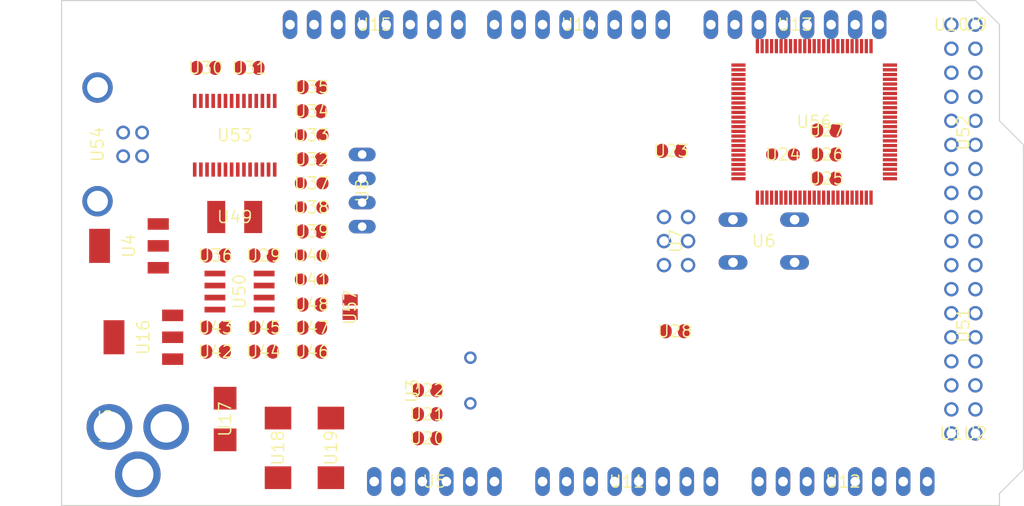
<source format=kicad_pcb>
(kicad_pcb (version 20221018) (generator pcbnew)
  (layers (0 "F.Cu" signal "Top") (31 "B.Cu" signal "Bottom") (34 "B.Paste" user) (35 "F.Paste" user) (36 "B.SilkS" user "B.Silkscreen") (37 "F.SilkS" user "F.Silkscreen") (38 "B.Mask" user) (39 "F.Mask" user) (44 "Edge.Cuts" user))
  (net 0 "")
  (net 1 "+5V")
  (net 2 "GND")
  (net 3 "N$6")
  (net 4 "N$7")
  (net 5 "AREF")
  (net 6 "RESET")
  (net 7 "VIN")
  (net 8 "N$3")
  (net 9 "PWRIN")
  (net 10 "M8RXD")
  (net 11 "M8TXD")
  (net 12 "ADC0")
  (net 13 "ADC2")
  (net 14 "ADC1")
  (net 15 "ADC3")
  (net 16 "ADC4")
  (net 17 "ADC5")
  (net 18 "ADC6")
  (net 19 "ADC7")
  (net 20 "+3V3")
  (net 21 "SDA")
  (net 22 "SCL")
  (net 23 "ADC9")
  (net 24 "ADC8")
  (net 25 "ADC10")
  (net 26 "ADC11")
  (net 27 "ADC12")
  (net 28 "ADC13")
  (net 29 "ADC14")
  (net 30 "ADC15")
  (net 31 "PB3")
  (net 32 "PB2")
  (net 33 "PB1")
  (net 34 "PB5")
  (net 35 "PB4")
  (net 36 "PE5")
  (net 37 "PE4")
  (net 38 "PE3")
  (net 39 "PE1")
  (net 40 "PE0")
  (net 41 "N$15")
  (net 42 "N$53")
  (net 43 "N$54")
  (net 44 "N$55")
  (net 45 "D-")
  (net 46 "D+")
  (net 47 "N$60")
  (net 48 "DTR")
  (net 49 "USBVCC")
  (net 50 "N$2")
  (net 51 "N$4")
  (net 52 "GATE_CMD")
  (net 53 "CMP")
  (net 54 "PB6")
  (net 55 "PH3")
  (net 56 "PH4")
  (net 57 "PH5")
  (net 58 "PH6")
  (net 59 "PG5")
  (net 60 "RXD1")
  (net 61 "TXD1")
  (net 62 "RXD2")
  (net 63 "RXD3")
  (net 64 "TXD2")
  (net 65 "TXD3")
  (net 66 "PC0")
  (net 67 "PC1")
  (net 68 "PC2")
  (net 69 "PC3")
  (net 70 "PC4")
  (net 71 "PC5")
  (net 72 "PC6")
  (net 73 "PC7")
  (net 74 "PB0")
  (net 75 "PG0")
  (net 76 "PG1")
  (net 77 "PG2")
  (net 78 "PD7")
  (net 79 "PA0")
  (net 80 "PA1")
  (net 81 "PA2")
  (net 82 "PA3")
  (net 83 "PA4")
  (net 84 "PA5")
  (net 85 "PA6")
  (net 86 "PA7")
  (net 87 "PL0")
  (net 88 "PL1")
  (net 89 "PL2")
  (net 90 "PL3")
  (net 91 "PL4")
  (net 92 "PL5")
  (net 93 "PL6")
  (net 94 "PL7")
  (net 95 "PB7")
  (net 96 "CTS")
  (net 97 "DSR")
  (net 98 "DCD")
  (net 99 "RI")
  (footprint "Arduino_MEGA_Reference_Design:2X03" (layer "F.Cu") (at 162.5981 103.7336 -90)
    (fp_text reference "U7")
    (fp_text value "")
  )
  (footprint "Arduino_MEGA_Reference_Design:1X08" (layer "F.Cu") (at 152.3111 80.8736 180)
    (fp_text reference "U14")
    (fp_text value "")
  )
  (footprint "Arduino_MEGA_Reference_Design:1X08" (layer "F.Cu") (at 130.7211 80.8736 180)
    (fp_text reference "U15")
    (fp_text value "")
  )
  (footprint "Arduino_MEGA_Reference_Design:SMC_D" (layer "F.Cu") (at 120.5611 125.5776 -90)
    (fp_text reference "U18")
    (fp_text value "")
  )
  (footprint "Arduino_MEGA_Reference_Design:SMC_D" (layer "F.Cu") (at 126.1491 125.5776 -90)
    (fp_text reference "U19")
    (fp_text value "")
  )
  (footprint "Arduino_MEGA_Reference_Design:B3F-10XX" (layer "F.Cu") (at 171.8691 103.7336 180)
    (fp_text reference "U6")
    (fp_text value "")
  )
  (footprint "Arduino_MEGA_Reference_Design:0805RND" (layer "F.Cu") (at 173.9011 94.5896 180)
    (fp_text reference "U24")
    (fp_text value "")
  )
  (footprint "Arduino_MEGA_Reference_Design:SMB" (layer "F.Cu") (at 114.9731 122.5296 -90)
    (fp_text reference "U17")
    (fp_text value "")
  )
  (footprint "Arduino_MEGA_Reference_Design:DC-21MM" (layer "F.Cu") (at 103.0351 123.2916 90)
    (fp_text reference "U55")
    (fp_text value "")
  )
  (footprint "Arduino_MEGA_Reference_Design:HC49_S" (layer "F.Cu") (at 140.8811 118.4656 90)
    (fp_text reference "U3")
    (fp_text value "")
  )
  (footprint "Arduino_MEGA_Reference_Design:SOT223" (layer "F.Cu") (at 106.3371 113.8936 90)
    (fp_text reference "U16")
    (fp_text value "")
  )
  (footprint "Arduino_MEGA_Reference_Design:1X06" (layer "F.Cu") (at 137.0711 129.1336)
    (fp_text reference "U5")
    (fp_text value "")
  )
  (footprint "Arduino_MEGA_Reference_Design:C0805RND" (layer "F.Cu") (at 124.1171 87.4776)
    (fp_text reference "U35")
    (fp_text value "")
  )
  (footprint "Arduino_MEGA_Reference_Design:C0805RND" (layer "F.Cu") (at 162.4711 113.2586)
    (fp_text reference "U28")
    (fp_text value "")
  )
  (footprint "Arduino_MEGA_Reference_Design:C0805RND" (layer "F.Cu") (at 136.3091 122.0216)
    (fp_text reference "U21")
    (fp_text value "")
  )
  (footprint "Arduino_MEGA_Reference_Design:C0805RND" (layer "F.Cu") (at 136.3091 119.4816)
    (fp_text reference "U22")
    (fp_text value "")
  )
  (footprint "Arduino_MEGA_Reference_Design:C0805RND" (layer "F.Cu") (at 113.9571 112.8776)
    (fp_text reference "U43")
    (fp_text value "")
  )
  (footprint "Arduino_MEGA_Reference_Design:RCL_0805RND" (layer "F.Cu") (at 124.1171 105.2576)
    (fp_text reference "U40")
    (fp_text value "")
  )
  (footprint "Arduino_MEGA_Reference_Design:RCL_0805RND" (layer "F.Cu") (at 124.1171 107.7976)
    (fp_text reference "U41")
    (fp_text value "")
  )
  (footprint "Arduino_MEGA_Reference_Design:1X08" (layer "F.Cu") (at 157.3911 129.1336)
    (fp_text reference "U11")
    (fp_text value "")
  )
  (footprint "Arduino_MEGA_Reference_Design:1X08" (layer "F.Cu") (at 175.1711 80.8736 180)
    (fp_text reference "U13")
    (fp_text value "")
  )
  (footprint "Arduino_MEGA_Reference_Design:R0805RND" (layer "F.Cu") (at 178.4731 94.5896 180)
    (fp_text reference "U26")
    (fp_text value "")
  )
  (footprint "Arduino_MEGA_Reference_Design:R0805RND" (layer "F.Cu") (at 178.4731 92.0496 180)
    (fp_text reference "U27")
    (fp_text value "")
  )
  (footprint "Arduino_MEGA_Reference_Design:TQFP100" (layer "F.Cu") (at 177.194580078125 91.14759826660156 0)
    (fp_text reference "U56")
    (fp_text value "")
  )
  (footprint "Arduino_MEGA_Reference_Design:C0805RND" (layer "F.Cu") (at 162.0901 94.2086 180)
    (fp_text reference "U23")
    (fp_text value "")
  )
  (footprint "Arduino_MEGA_Reference_Design:C0805RND" (layer "F.Cu") (at 136.3091 124.5616)
    (fp_text reference "U20")
    (fp_text value "")
  )
  (footprint "Arduino_MEGA_Reference_Design:1X08" (layer "F.Cu") (at 180.2511 129.1336)
    (fp_text reference "U12")
    (fp_text value "")
  )
  (footprint "Arduino_MEGA_Reference_Design:R0805RND" (layer "F.Cu") (at 124.1171 112.8776)
    (fp_text reference "U47")
    (fp_text value "")
  )
  (footprint "Arduino_MEGA_Reference_Design:C0805RND" (layer "F.Cu") (at 124.1171 115.4176)
    (fp_text reference "U46")
    (fp_text value "")
  )
  (footprint "Arduino_MEGA_Reference_Design:C0805RND" (layer "F.Cu") (at 113.9571 105.2576)
    (fp_text reference "U36")
    (fp_text value "")
  )
  (footprint "Arduino_MEGA_Reference_Design:C0805RND" (layer "F.Cu") (at 112.9411 85.4456)
    (fp_text reference "U30")
    (fp_text value "")
  )
  (footprint "Arduino_MEGA_Reference_Design:0805RND" (layer "F.Cu") (at 124.1171 100.1776 180)
    (fp_text reference "U38")
    (fp_text value "")
  )
  (footprint "Arduino_MEGA_Reference_Design:0805RND" (layer "F.Cu") (at 124.1171 97.6376 180)
    (fp_text reference "U37")
    (fp_text value "")
  )
  (footprint "Arduino_MEGA_Reference_Design:R0805RND" (layer "F.Cu") (at 124.1171 95.0976)
    (fp_text reference "U32")
    (fp_text value "")
  )
  (footprint "Arduino_MEGA_Reference_Design:R0805RND" (layer "F.Cu") (at 124.1171 102.7176)
    (fp_text reference "U39")
    (fp_text value "")
  )
  (footprint "Arduino_MEGA_Reference_Design:SSOP28" (layer "F.Cu") (at 115.9891 92.5576)
    (fp_text reference "U53")
    (fp_text value "")
  )
  (footprint "Arduino_MEGA_Reference_Design:PN61729" (layer "F.Cu") (at 98.9584 93.5228 -90)
    (fp_text reference "U54")
    (fp_text value "")
  )
  (footprint "Arduino_MEGA_Reference_Design:L1812" (layer "F.Cu") (at 115.9891 101.1936)
    (fp_text reference "U49")
    (fp_text value "")
  )
  (footprint "Arduino_MEGA_Reference_Design:C0805RND" (layer "F.Cu") (at 117.5131 85.4456)
    (fp_text reference "U31")
    (fp_text value "")
  )
  (footprint "Arduino_MEGA_Reference_Design:0805RND" (layer "F.Cu") (at 124.1171 92.5576 180)
    (fp_text reference "U33")
    (fp_text value "")
  )
  (footprint "Arduino_MEGA_Reference_Design:R0805RND" (layer "F.Cu") (at 124.1171 90.0176 180)
    (fp_text reference "U34")
    (fp_text value "")
  )
  (footprint "Arduino_MEGA_Reference_Design:C0805RND" (layer "F.Cu") (at 124.1171 110.4392 180)
    (fp_text reference "U48")
    (fp_text value "")
  )
  (footprint "Arduino_MEGA_Reference_Design:SOT223" (layer "F.Cu") (at 104.8131 104.2416 90)
    (fp_text reference "U4")
    (fp_text value "")
  )
  (footprint "Arduino_MEGA_Reference_Design:SO08" (layer "F.Cu") (at 116.4971 109.0676 -90)
    (fp_text reference "U50")
    (fp_text value "")
  )
  (footprint "Arduino_MEGA_Reference_Design:R0805RND" (layer "F.Cu") (at 113.9571 115.4176 180)
    (fp_text reference "U42")
    (fp_text value "")
  )
  (footprint "Arduino_MEGA_Reference_Design:R0805RND" (layer "F.Cu") (at 119.0371 112.8776 180)
    (fp_text reference "U45")
    (fp_text value "")
  )
  (footprint "Arduino_MEGA_Reference_Design:C0805RND" (layer "F.Cu") (at 119.0371 115.4176 180)
    (fp_text reference "U44")
    (fp_text value "")
  )
  (footprint "Arduino_MEGA_Reference_Design:C0805RND" (layer "F.Cu") (at 119.0371 105.2576)
    (fp_text reference "U29")
    (fp_text value "")
  )
  (footprint "Arduino_MEGA_Reference_Design:2X08" (layer "F.Cu") (at 192.9511 92.3036 90)
    (fp_text reference "U52")
    (fp_text value "")
  )
  (footprint "Arduino_MEGA_Reference_Design:2X08" (layer "F.Cu") (at 192.9511 112.6236 90)
    (fp_text reference "U51")
    (fp_text value "")
  )
  (footprint "Arduino_MEGA_Reference_Design:R0805RND" (layer "F.Cu") (at 178.4731 97.1296 180)
    (fp_text reference "U25")
    (fp_text value "")
  )
  (footprint "Arduino_MEGA_Reference_Design:1X01" (layer "F.Cu") (at 191.6811 80.8736)
    (fp_text reference "U10")
    (fp_text value "")
  )
  (footprint "Arduino_MEGA_Reference_Design:1X01" (layer "F.Cu") (at 194.2211 80.8736)
    (fp_text reference "U9")
    (fp_text value "")
  )
  (footprint "Arduino_MEGA_Reference_Design:1X01" (layer "F.Cu") (at 191.6811 124.0536)
    (fp_text reference "U1")
    (fp_text value "")
  )
  (footprint "Arduino_MEGA_Reference_Design:1X01" (layer "F.Cu") (at 194.2211 124.0536)
    (fp_text reference "U2")
    (fp_text value "")
  )
  (footprint "Arduino_MEGA_Reference_Design:SJ" (layer "F.Cu") (at 128.1811 110.7186 -90)
    (fp_text reference "U57")
    (fp_text value "")
  )
  (footprint "Arduino_MEGA_Reference_Design:JP4" (layer "F.Cu") (at 129.4511 98.3996 -90)
    (fp_text reference "U8")
    (fp_text value "")
  )
  (gr_line (start 196.7611 80.8736) (end 196.7611 91.0336) (layer "Edge.Cuts") (width 0.12))
  (gr_line (start 196.7611 130.4036) (end 196.7611 131.6736) (layer "Edge.Cuts") (width 0.12))
  (gr_line (start 194.2211 78.3336) (end 196.7611 80.8736) (layer "Edge.Cuts") (width 0.12))
  (gr_line (start 97.7011 78.3336) (end 194.2211 78.3336) (layer "Edge.Cuts") (width 0.12))
  (gr_line (start 196.7611 91.0336) (end 199.3011 93.5736) (layer "Edge.Cuts") (width 0.12))
  (gr_line (start 97.7011 131.6736) (end 97.7011 78.3336) (layer "Edge.Cuts") (width 0.12))
  (gr_line (start 196.7611 131.6736) (end 97.7011 131.6736) (layer "Edge.Cuts") (width 0.12))
  (gr_line (start 199.3011 93.5736) (end 199.3011 127.8636) (layer "Edge.Cuts") (width 0.12))
  (gr_line (start 199.3011 127.8636) (end 196.7611 130.4036) (layer "Edge.Cuts") (width 0.12))
)
</source>
